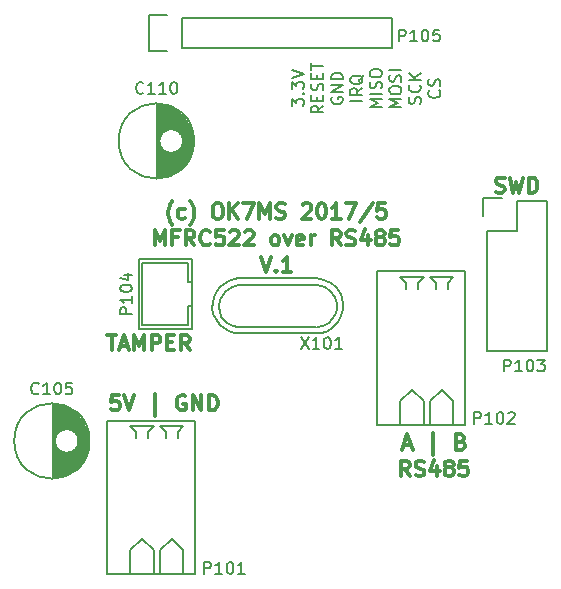
<source format=gto>
G04 #@! TF.GenerationSoftware,KiCad,Pcbnew,(2017-05-18 revision 2a3a699)-master*
G04 #@! TF.CreationDate,2017-05-23T18:31:29+02:00*
G04 #@! TF.ProjectId,reader,7265616465722E6B696361645F706362,rev?*
G04 #@! TF.FileFunction,Legend,Top*
G04 #@! TF.FilePolarity,Positive*
%FSLAX46Y46*%
G04 Gerber Fmt 4.6, Leading zero omitted, Abs format (unit mm)*
G04 Created by KiCad (PCBNEW (2017-05-18 revision 2a3a699)-master) date Tue May 23 18:31:29 2017*
%MOMM*%
%LPD*%
G01*
G04 APERTURE LIST*
%ADD10C,0.385000*%
%ADD11C,0.150000*%
%ADD12C,0.300000*%
G04 APERTURE END LIST*
D10*
D11*
X76697380Y-58461190D02*
X76697380Y-57842142D01*
X77078333Y-58175476D01*
X77078333Y-58032619D01*
X77125952Y-57937380D01*
X77173571Y-57889761D01*
X77268809Y-57842142D01*
X77506904Y-57842142D01*
X77602142Y-57889761D01*
X77649761Y-57937380D01*
X77697380Y-58032619D01*
X77697380Y-58318333D01*
X77649761Y-58413571D01*
X77602142Y-58461190D01*
X77602142Y-57413571D02*
X77649761Y-57365952D01*
X77697380Y-57413571D01*
X77649761Y-57461190D01*
X77602142Y-57413571D01*
X77697380Y-57413571D01*
X76697380Y-57032619D02*
X76697380Y-56413571D01*
X77078333Y-56746904D01*
X77078333Y-56604047D01*
X77125952Y-56508809D01*
X77173571Y-56461190D01*
X77268809Y-56413571D01*
X77506904Y-56413571D01*
X77602142Y-56461190D01*
X77649761Y-56508809D01*
X77697380Y-56604047D01*
X77697380Y-56889761D01*
X77649761Y-56985000D01*
X77602142Y-57032619D01*
X76697380Y-56127857D02*
X77697380Y-55794523D01*
X76697380Y-55461190D01*
X79347380Y-58437380D02*
X78871190Y-58770714D01*
X79347380Y-59008809D02*
X78347380Y-59008809D01*
X78347380Y-58627857D01*
X78395000Y-58532619D01*
X78442619Y-58485000D01*
X78537857Y-58437380D01*
X78680714Y-58437380D01*
X78775952Y-58485000D01*
X78823571Y-58532619D01*
X78871190Y-58627857D01*
X78871190Y-59008809D01*
X78823571Y-58008809D02*
X78823571Y-57675476D01*
X79347380Y-57532619D02*
X79347380Y-58008809D01*
X78347380Y-58008809D01*
X78347380Y-57532619D01*
X79299761Y-57151666D02*
X79347380Y-57008809D01*
X79347380Y-56770714D01*
X79299761Y-56675476D01*
X79252142Y-56627857D01*
X79156904Y-56580238D01*
X79061666Y-56580238D01*
X78966428Y-56627857D01*
X78918809Y-56675476D01*
X78871190Y-56770714D01*
X78823571Y-56961190D01*
X78775952Y-57056428D01*
X78728333Y-57104047D01*
X78633095Y-57151666D01*
X78537857Y-57151666D01*
X78442619Y-57104047D01*
X78395000Y-57056428D01*
X78347380Y-56961190D01*
X78347380Y-56723095D01*
X78395000Y-56580238D01*
X78823571Y-56151666D02*
X78823571Y-55818333D01*
X79347380Y-55675476D02*
X79347380Y-56151666D01*
X78347380Y-56151666D01*
X78347380Y-55675476D01*
X78347380Y-55389761D02*
X78347380Y-54818333D01*
X79347380Y-55104047D02*
X78347380Y-55104047D01*
X80045000Y-57746904D02*
X79997380Y-57842142D01*
X79997380Y-57985000D01*
X80045000Y-58127857D01*
X80140238Y-58223095D01*
X80235476Y-58270714D01*
X80425952Y-58318333D01*
X80568809Y-58318333D01*
X80759285Y-58270714D01*
X80854523Y-58223095D01*
X80949761Y-58127857D01*
X80997380Y-57985000D01*
X80997380Y-57889761D01*
X80949761Y-57746904D01*
X80902142Y-57699285D01*
X80568809Y-57699285D01*
X80568809Y-57889761D01*
X80997380Y-57270714D02*
X79997380Y-57270714D01*
X80997380Y-56699285D01*
X79997380Y-56699285D01*
X80997380Y-56223095D02*
X79997380Y-56223095D01*
X79997380Y-55985000D01*
X80045000Y-55842142D01*
X80140238Y-55746904D01*
X80235476Y-55699285D01*
X80425952Y-55651666D01*
X80568809Y-55651666D01*
X80759285Y-55699285D01*
X80854523Y-55746904D01*
X80949761Y-55842142D01*
X80997380Y-55985000D01*
X80997380Y-56223095D01*
X82647380Y-58008809D02*
X81647380Y-58008809D01*
X82647380Y-56961190D02*
X82171190Y-57294523D01*
X82647380Y-57532619D02*
X81647380Y-57532619D01*
X81647380Y-57151666D01*
X81695000Y-57056428D01*
X81742619Y-57008809D01*
X81837857Y-56961190D01*
X81980714Y-56961190D01*
X82075952Y-57008809D01*
X82123571Y-57056428D01*
X82171190Y-57151666D01*
X82171190Y-57532619D01*
X82742619Y-55865952D02*
X82695000Y-55961190D01*
X82599761Y-56056428D01*
X82456904Y-56199285D01*
X82409285Y-56294523D01*
X82409285Y-56389761D01*
X82647380Y-56342142D02*
X82599761Y-56437380D01*
X82504523Y-56532619D01*
X82314047Y-56580238D01*
X81980714Y-56580238D01*
X81790238Y-56532619D01*
X81695000Y-56437380D01*
X81647380Y-56342142D01*
X81647380Y-56151666D01*
X81695000Y-56056428D01*
X81790238Y-55961190D01*
X81980714Y-55913571D01*
X82314047Y-55913571D01*
X82504523Y-55961190D01*
X82599761Y-56056428D01*
X82647380Y-56151666D01*
X82647380Y-56342142D01*
X84297380Y-58556428D02*
X83297380Y-58556428D01*
X84011666Y-58223095D01*
X83297380Y-57889761D01*
X84297380Y-57889761D01*
X84297380Y-57413571D02*
X83297380Y-57413571D01*
X84249761Y-56985000D02*
X84297380Y-56842142D01*
X84297380Y-56604047D01*
X84249761Y-56508809D01*
X84202142Y-56461190D01*
X84106904Y-56413571D01*
X84011666Y-56413571D01*
X83916428Y-56461190D01*
X83868809Y-56508809D01*
X83821190Y-56604047D01*
X83773571Y-56794523D01*
X83725952Y-56889761D01*
X83678333Y-56937380D01*
X83583095Y-56985000D01*
X83487857Y-56985000D01*
X83392619Y-56937380D01*
X83345000Y-56889761D01*
X83297380Y-56794523D01*
X83297380Y-56556428D01*
X83345000Y-56413571D01*
X83297380Y-55794523D02*
X83297380Y-55604047D01*
X83345000Y-55508809D01*
X83440238Y-55413571D01*
X83630714Y-55365952D01*
X83964047Y-55365952D01*
X84154523Y-55413571D01*
X84249761Y-55508809D01*
X84297380Y-55604047D01*
X84297380Y-55794523D01*
X84249761Y-55889761D01*
X84154523Y-55985000D01*
X83964047Y-56032619D01*
X83630714Y-56032619D01*
X83440238Y-55985000D01*
X83345000Y-55889761D01*
X83297380Y-55794523D01*
X85947380Y-58556428D02*
X84947380Y-58556428D01*
X85661666Y-58223095D01*
X84947380Y-57889761D01*
X85947380Y-57889761D01*
X84947380Y-57223095D02*
X84947380Y-57032619D01*
X84995000Y-56937380D01*
X85090238Y-56842142D01*
X85280714Y-56794523D01*
X85614047Y-56794523D01*
X85804523Y-56842142D01*
X85899761Y-56937380D01*
X85947380Y-57032619D01*
X85947380Y-57223095D01*
X85899761Y-57318333D01*
X85804523Y-57413571D01*
X85614047Y-57461190D01*
X85280714Y-57461190D01*
X85090238Y-57413571D01*
X84995000Y-57318333D01*
X84947380Y-57223095D01*
X85899761Y-56413571D02*
X85947380Y-56270714D01*
X85947380Y-56032619D01*
X85899761Y-55937380D01*
X85852142Y-55889761D01*
X85756904Y-55842142D01*
X85661666Y-55842142D01*
X85566428Y-55889761D01*
X85518809Y-55937380D01*
X85471190Y-56032619D01*
X85423571Y-56223095D01*
X85375952Y-56318333D01*
X85328333Y-56365952D01*
X85233095Y-56413571D01*
X85137857Y-56413571D01*
X85042619Y-56365952D01*
X84995000Y-56318333D01*
X84947380Y-56223095D01*
X84947380Y-55985000D01*
X84995000Y-55842142D01*
X85947380Y-55413571D02*
X84947380Y-55413571D01*
X87549761Y-58270714D02*
X87597380Y-58127857D01*
X87597380Y-57889761D01*
X87549761Y-57794523D01*
X87502142Y-57746904D01*
X87406904Y-57699285D01*
X87311666Y-57699285D01*
X87216428Y-57746904D01*
X87168809Y-57794523D01*
X87121190Y-57889761D01*
X87073571Y-58080238D01*
X87025952Y-58175476D01*
X86978333Y-58223095D01*
X86883095Y-58270714D01*
X86787857Y-58270714D01*
X86692619Y-58223095D01*
X86645000Y-58175476D01*
X86597380Y-58080238D01*
X86597380Y-57842142D01*
X86645000Y-57699285D01*
X87502142Y-56699285D02*
X87549761Y-56746904D01*
X87597380Y-56889761D01*
X87597380Y-56985000D01*
X87549761Y-57127857D01*
X87454523Y-57223095D01*
X87359285Y-57270714D01*
X87168809Y-57318333D01*
X87025952Y-57318333D01*
X86835476Y-57270714D01*
X86740238Y-57223095D01*
X86645000Y-57127857D01*
X86597380Y-56985000D01*
X86597380Y-56889761D01*
X86645000Y-56746904D01*
X86692619Y-56699285D01*
X87597380Y-56270714D02*
X86597380Y-56270714D01*
X87597380Y-55699285D02*
X87025952Y-56127857D01*
X86597380Y-55699285D02*
X87168809Y-56270714D01*
X89152142Y-57151666D02*
X89199761Y-57199285D01*
X89247380Y-57342142D01*
X89247380Y-57437380D01*
X89199761Y-57580238D01*
X89104523Y-57675476D01*
X89009285Y-57723095D01*
X88818809Y-57770714D01*
X88675952Y-57770714D01*
X88485476Y-57723095D01*
X88390238Y-57675476D01*
X88295000Y-57580238D01*
X88247380Y-57437380D01*
X88247380Y-57342142D01*
X88295000Y-57199285D01*
X88342619Y-57151666D01*
X89199761Y-56770714D02*
X89247380Y-56627857D01*
X89247380Y-56389761D01*
X89199761Y-56294523D01*
X89152142Y-56246904D01*
X89056904Y-56199285D01*
X88961666Y-56199285D01*
X88866428Y-56246904D01*
X88818809Y-56294523D01*
X88771190Y-56389761D01*
X88723571Y-56580238D01*
X88675952Y-56675476D01*
X88628333Y-56723095D01*
X88533095Y-56770714D01*
X88437857Y-56770714D01*
X88342619Y-56723095D01*
X88295000Y-56675476D01*
X88247380Y-56580238D01*
X88247380Y-56342142D01*
X88295000Y-56199285D01*
D12*
X93955714Y-65766190D02*
X94141428Y-65828095D01*
X94450952Y-65828095D01*
X94574761Y-65766190D01*
X94636666Y-65704285D01*
X94698571Y-65580476D01*
X94698571Y-65456666D01*
X94636666Y-65332857D01*
X94574761Y-65270952D01*
X94450952Y-65209047D01*
X94203333Y-65147142D01*
X94079523Y-65085238D01*
X94017619Y-65023333D01*
X93955714Y-64899523D01*
X93955714Y-64775714D01*
X94017619Y-64651904D01*
X94079523Y-64590000D01*
X94203333Y-64528095D01*
X94512857Y-64528095D01*
X94698571Y-64590000D01*
X95131904Y-64528095D02*
X95441428Y-65828095D01*
X95689047Y-64899523D01*
X95936666Y-65828095D01*
X96246190Y-64528095D01*
X96741428Y-65828095D02*
X96741428Y-64528095D01*
X97050952Y-64528095D01*
X97236666Y-64590000D01*
X97360476Y-64713809D01*
X97422380Y-64837619D01*
X97484285Y-65085238D01*
X97484285Y-65270952D01*
X97422380Y-65518571D01*
X97360476Y-65642380D01*
X97236666Y-65766190D01*
X97050952Y-65828095D01*
X96741428Y-65828095D01*
X86165952Y-87191666D02*
X86785000Y-87191666D01*
X86042142Y-87563095D02*
X86475476Y-86263095D01*
X86908809Y-87563095D01*
X88642142Y-87996428D02*
X88642142Y-86139285D01*
X90994523Y-86882142D02*
X91180238Y-86944047D01*
X91242142Y-87005952D01*
X91304047Y-87129761D01*
X91304047Y-87315476D01*
X91242142Y-87439285D01*
X91180238Y-87501190D01*
X91056428Y-87563095D01*
X90561190Y-87563095D01*
X90561190Y-86263095D01*
X90994523Y-86263095D01*
X91118333Y-86325000D01*
X91180238Y-86386904D01*
X91242142Y-86510714D01*
X91242142Y-86634523D01*
X91180238Y-86758333D01*
X91118333Y-86820238D01*
X90994523Y-86882142D01*
X90561190Y-86882142D01*
X86661190Y-89813095D02*
X86227857Y-89194047D01*
X85918333Y-89813095D02*
X85918333Y-88513095D01*
X86413571Y-88513095D01*
X86537380Y-88575000D01*
X86599285Y-88636904D01*
X86661190Y-88760714D01*
X86661190Y-88946428D01*
X86599285Y-89070238D01*
X86537380Y-89132142D01*
X86413571Y-89194047D01*
X85918333Y-89194047D01*
X87156428Y-89751190D02*
X87342142Y-89813095D01*
X87651666Y-89813095D01*
X87775476Y-89751190D01*
X87837380Y-89689285D01*
X87899285Y-89565476D01*
X87899285Y-89441666D01*
X87837380Y-89317857D01*
X87775476Y-89255952D01*
X87651666Y-89194047D01*
X87404047Y-89132142D01*
X87280238Y-89070238D01*
X87218333Y-89008333D01*
X87156428Y-88884523D01*
X87156428Y-88760714D01*
X87218333Y-88636904D01*
X87280238Y-88575000D01*
X87404047Y-88513095D01*
X87713571Y-88513095D01*
X87899285Y-88575000D01*
X89013571Y-88946428D02*
X89013571Y-89813095D01*
X88704047Y-88451190D02*
X88394523Y-89379761D01*
X89199285Y-89379761D01*
X89880238Y-89070238D02*
X89756428Y-89008333D01*
X89694523Y-88946428D01*
X89632619Y-88822619D01*
X89632619Y-88760714D01*
X89694523Y-88636904D01*
X89756428Y-88575000D01*
X89880238Y-88513095D01*
X90127857Y-88513095D01*
X90251666Y-88575000D01*
X90313571Y-88636904D01*
X90375476Y-88760714D01*
X90375476Y-88822619D01*
X90313571Y-88946428D01*
X90251666Y-89008333D01*
X90127857Y-89070238D01*
X89880238Y-89070238D01*
X89756428Y-89132142D01*
X89694523Y-89194047D01*
X89632619Y-89317857D01*
X89632619Y-89565476D01*
X89694523Y-89689285D01*
X89756428Y-89751190D01*
X89880238Y-89813095D01*
X90127857Y-89813095D01*
X90251666Y-89751190D01*
X90313571Y-89689285D01*
X90375476Y-89565476D01*
X90375476Y-89317857D01*
X90313571Y-89194047D01*
X90251666Y-89132142D01*
X90127857Y-89070238D01*
X91551666Y-88513095D02*
X90932619Y-88513095D01*
X90870714Y-89132142D01*
X90932619Y-89070238D01*
X91056428Y-89008333D01*
X91365952Y-89008333D01*
X91489761Y-89070238D01*
X91551666Y-89132142D01*
X91613571Y-89255952D01*
X91613571Y-89565476D01*
X91551666Y-89689285D01*
X91489761Y-89751190D01*
X91365952Y-89813095D01*
X91056428Y-89813095D01*
X90932619Y-89751190D01*
X90870714Y-89689285D01*
X61045476Y-77863095D02*
X61788333Y-77863095D01*
X61416904Y-79163095D02*
X61416904Y-77863095D01*
X62159761Y-78791666D02*
X62778809Y-78791666D01*
X62035952Y-79163095D02*
X62469285Y-77863095D01*
X62902619Y-79163095D01*
X63335952Y-79163095D02*
X63335952Y-77863095D01*
X63769285Y-78791666D01*
X64202619Y-77863095D01*
X64202619Y-79163095D01*
X64821666Y-79163095D02*
X64821666Y-77863095D01*
X65316904Y-77863095D01*
X65440714Y-77925000D01*
X65502619Y-77986904D01*
X65564523Y-78110714D01*
X65564523Y-78296428D01*
X65502619Y-78420238D01*
X65440714Y-78482142D01*
X65316904Y-78544047D01*
X64821666Y-78544047D01*
X66121666Y-78482142D02*
X66555000Y-78482142D01*
X66740714Y-79163095D02*
X66121666Y-79163095D01*
X66121666Y-77863095D01*
X66740714Y-77863095D01*
X68040714Y-79163095D02*
X67607380Y-78544047D01*
X67297857Y-79163095D02*
X67297857Y-77863095D01*
X67793095Y-77863095D01*
X67916904Y-77925000D01*
X67978809Y-77986904D01*
X68040714Y-78110714D01*
X68040714Y-78296428D01*
X67978809Y-78420238D01*
X67916904Y-78482142D01*
X67793095Y-78544047D01*
X67297857Y-78544047D01*
X62036904Y-82943095D02*
X61417857Y-82943095D01*
X61355952Y-83562142D01*
X61417857Y-83500238D01*
X61541666Y-83438333D01*
X61851190Y-83438333D01*
X61975000Y-83500238D01*
X62036904Y-83562142D01*
X62098809Y-83685952D01*
X62098809Y-83995476D01*
X62036904Y-84119285D01*
X61975000Y-84181190D01*
X61851190Y-84243095D01*
X61541666Y-84243095D01*
X61417857Y-84181190D01*
X61355952Y-84119285D01*
X62470238Y-82943095D02*
X62903571Y-84243095D01*
X63336904Y-82943095D01*
X65070238Y-84676428D02*
X65070238Y-82819285D01*
X67670238Y-83005000D02*
X67546428Y-82943095D01*
X67360714Y-82943095D01*
X67175000Y-83005000D01*
X67051190Y-83128809D01*
X66989285Y-83252619D01*
X66927380Y-83500238D01*
X66927380Y-83685952D01*
X66989285Y-83933571D01*
X67051190Y-84057380D01*
X67175000Y-84181190D01*
X67360714Y-84243095D01*
X67484523Y-84243095D01*
X67670238Y-84181190D01*
X67732142Y-84119285D01*
X67732142Y-83685952D01*
X67484523Y-83685952D01*
X68289285Y-84243095D02*
X68289285Y-82943095D01*
X69032142Y-84243095D01*
X69032142Y-82943095D01*
X69651190Y-84243095D02*
X69651190Y-82943095D01*
X69960714Y-82943095D01*
X70146428Y-83005000D01*
X70270238Y-83128809D01*
X70332142Y-83252619D01*
X70394047Y-83500238D01*
X70394047Y-83685952D01*
X70332142Y-83933571D01*
X70270238Y-84057380D01*
X70146428Y-84181190D01*
X69960714Y-84243095D01*
X69651190Y-84243095D01*
X66578571Y-68518333D02*
X66516666Y-68456428D01*
X66392857Y-68270714D01*
X66330952Y-68146904D01*
X66269047Y-67961190D01*
X66207142Y-67651666D01*
X66207142Y-67404047D01*
X66269047Y-67094523D01*
X66330952Y-66908809D01*
X66392857Y-66785000D01*
X66516666Y-66599285D01*
X66578571Y-66537380D01*
X67630952Y-67961190D02*
X67507142Y-68023095D01*
X67259523Y-68023095D01*
X67135714Y-67961190D01*
X67073809Y-67899285D01*
X67011904Y-67775476D01*
X67011904Y-67404047D01*
X67073809Y-67280238D01*
X67135714Y-67218333D01*
X67259523Y-67156428D01*
X67507142Y-67156428D01*
X67630952Y-67218333D01*
X68064285Y-68518333D02*
X68126190Y-68456428D01*
X68250000Y-68270714D01*
X68311904Y-68146904D01*
X68373809Y-67961190D01*
X68435714Y-67651666D01*
X68435714Y-67404047D01*
X68373809Y-67094523D01*
X68311904Y-66908809D01*
X68250000Y-66785000D01*
X68126190Y-66599285D01*
X68064285Y-66537380D01*
X70292857Y-66723095D02*
X70540476Y-66723095D01*
X70664285Y-66785000D01*
X70788095Y-66908809D01*
X70850000Y-67156428D01*
X70850000Y-67589761D01*
X70788095Y-67837380D01*
X70664285Y-67961190D01*
X70540476Y-68023095D01*
X70292857Y-68023095D01*
X70169047Y-67961190D01*
X70045238Y-67837380D01*
X69983333Y-67589761D01*
X69983333Y-67156428D01*
X70045238Y-66908809D01*
X70169047Y-66785000D01*
X70292857Y-66723095D01*
X71407142Y-68023095D02*
X71407142Y-66723095D01*
X72150000Y-68023095D02*
X71592857Y-67280238D01*
X72150000Y-66723095D02*
X71407142Y-67465952D01*
X72583333Y-66723095D02*
X73450000Y-66723095D01*
X72892857Y-68023095D01*
X73945238Y-68023095D02*
X73945238Y-66723095D01*
X74378571Y-67651666D01*
X74811904Y-66723095D01*
X74811904Y-68023095D01*
X75369047Y-67961190D02*
X75554761Y-68023095D01*
X75864285Y-68023095D01*
X75988095Y-67961190D01*
X76050000Y-67899285D01*
X76111904Y-67775476D01*
X76111904Y-67651666D01*
X76050000Y-67527857D01*
X75988095Y-67465952D01*
X75864285Y-67404047D01*
X75616666Y-67342142D01*
X75492857Y-67280238D01*
X75430952Y-67218333D01*
X75369047Y-67094523D01*
X75369047Y-66970714D01*
X75430952Y-66846904D01*
X75492857Y-66785000D01*
X75616666Y-66723095D01*
X75926190Y-66723095D01*
X76111904Y-66785000D01*
X77597619Y-66846904D02*
X77659523Y-66785000D01*
X77783333Y-66723095D01*
X78092857Y-66723095D01*
X78216666Y-66785000D01*
X78278571Y-66846904D01*
X78340476Y-66970714D01*
X78340476Y-67094523D01*
X78278571Y-67280238D01*
X77535714Y-68023095D01*
X78340476Y-68023095D01*
X79145238Y-66723095D02*
X79269047Y-66723095D01*
X79392857Y-66785000D01*
X79454761Y-66846904D01*
X79516666Y-66970714D01*
X79578571Y-67218333D01*
X79578571Y-67527857D01*
X79516666Y-67775476D01*
X79454761Y-67899285D01*
X79392857Y-67961190D01*
X79269047Y-68023095D01*
X79145238Y-68023095D01*
X79021428Y-67961190D01*
X78959523Y-67899285D01*
X78897619Y-67775476D01*
X78835714Y-67527857D01*
X78835714Y-67218333D01*
X78897619Y-66970714D01*
X78959523Y-66846904D01*
X79021428Y-66785000D01*
X79145238Y-66723095D01*
X80816666Y-68023095D02*
X80073809Y-68023095D01*
X80445238Y-68023095D02*
X80445238Y-66723095D01*
X80321428Y-66908809D01*
X80197619Y-67032619D01*
X80073809Y-67094523D01*
X81250000Y-66723095D02*
X82116666Y-66723095D01*
X81559523Y-68023095D01*
X83540476Y-66661190D02*
X82426190Y-68332619D01*
X84592857Y-66723095D02*
X83973809Y-66723095D01*
X83911904Y-67342142D01*
X83973809Y-67280238D01*
X84097619Y-67218333D01*
X84407142Y-67218333D01*
X84530952Y-67280238D01*
X84592857Y-67342142D01*
X84654761Y-67465952D01*
X84654761Y-67775476D01*
X84592857Y-67899285D01*
X84530952Y-67961190D01*
X84407142Y-68023095D01*
X84097619Y-68023095D01*
X83973809Y-67961190D01*
X83911904Y-67899285D01*
X65092857Y-70273095D02*
X65092857Y-68973095D01*
X65526190Y-69901666D01*
X65959523Y-68973095D01*
X65959523Y-70273095D01*
X67011904Y-69592142D02*
X66578571Y-69592142D01*
X66578571Y-70273095D02*
X66578571Y-68973095D01*
X67197619Y-68973095D01*
X68435714Y-70273095D02*
X68002380Y-69654047D01*
X67692857Y-70273095D02*
X67692857Y-68973095D01*
X68188095Y-68973095D01*
X68311904Y-69035000D01*
X68373809Y-69096904D01*
X68435714Y-69220714D01*
X68435714Y-69406428D01*
X68373809Y-69530238D01*
X68311904Y-69592142D01*
X68188095Y-69654047D01*
X67692857Y-69654047D01*
X69735714Y-70149285D02*
X69673809Y-70211190D01*
X69488095Y-70273095D01*
X69364285Y-70273095D01*
X69178571Y-70211190D01*
X69054761Y-70087380D01*
X68992857Y-69963571D01*
X68930952Y-69715952D01*
X68930952Y-69530238D01*
X68992857Y-69282619D01*
X69054761Y-69158809D01*
X69178571Y-69035000D01*
X69364285Y-68973095D01*
X69488095Y-68973095D01*
X69673809Y-69035000D01*
X69735714Y-69096904D01*
X70911904Y-68973095D02*
X70292857Y-68973095D01*
X70230952Y-69592142D01*
X70292857Y-69530238D01*
X70416666Y-69468333D01*
X70726190Y-69468333D01*
X70850000Y-69530238D01*
X70911904Y-69592142D01*
X70973809Y-69715952D01*
X70973809Y-70025476D01*
X70911904Y-70149285D01*
X70850000Y-70211190D01*
X70726190Y-70273095D01*
X70416666Y-70273095D01*
X70292857Y-70211190D01*
X70230952Y-70149285D01*
X71469047Y-69096904D02*
X71530952Y-69035000D01*
X71654761Y-68973095D01*
X71964285Y-68973095D01*
X72088095Y-69035000D01*
X72150000Y-69096904D01*
X72211904Y-69220714D01*
X72211904Y-69344523D01*
X72150000Y-69530238D01*
X71407142Y-70273095D01*
X72211904Y-70273095D01*
X72707142Y-69096904D02*
X72769047Y-69035000D01*
X72892857Y-68973095D01*
X73202380Y-68973095D01*
X73326190Y-69035000D01*
X73388095Y-69096904D01*
X73450000Y-69220714D01*
X73450000Y-69344523D01*
X73388095Y-69530238D01*
X72645238Y-70273095D01*
X73450000Y-70273095D01*
X75183333Y-70273095D02*
X75059523Y-70211190D01*
X74997619Y-70149285D01*
X74935714Y-70025476D01*
X74935714Y-69654047D01*
X74997619Y-69530238D01*
X75059523Y-69468333D01*
X75183333Y-69406428D01*
X75369047Y-69406428D01*
X75492857Y-69468333D01*
X75554761Y-69530238D01*
X75616666Y-69654047D01*
X75616666Y-70025476D01*
X75554761Y-70149285D01*
X75492857Y-70211190D01*
X75369047Y-70273095D01*
X75183333Y-70273095D01*
X76050000Y-69406428D02*
X76359523Y-70273095D01*
X76669047Y-69406428D01*
X77659523Y-70211190D02*
X77535714Y-70273095D01*
X77288095Y-70273095D01*
X77164285Y-70211190D01*
X77102380Y-70087380D01*
X77102380Y-69592142D01*
X77164285Y-69468333D01*
X77288095Y-69406428D01*
X77535714Y-69406428D01*
X77659523Y-69468333D01*
X77721428Y-69592142D01*
X77721428Y-69715952D01*
X77102380Y-69839761D01*
X78278571Y-70273095D02*
X78278571Y-69406428D01*
X78278571Y-69654047D02*
X78340476Y-69530238D01*
X78402380Y-69468333D01*
X78526190Y-69406428D01*
X78650000Y-69406428D01*
X80816666Y-70273095D02*
X80383333Y-69654047D01*
X80073809Y-70273095D02*
X80073809Y-68973095D01*
X80569047Y-68973095D01*
X80692857Y-69035000D01*
X80754761Y-69096904D01*
X80816666Y-69220714D01*
X80816666Y-69406428D01*
X80754761Y-69530238D01*
X80692857Y-69592142D01*
X80569047Y-69654047D01*
X80073809Y-69654047D01*
X81311904Y-70211190D02*
X81497619Y-70273095D01*
X81807142Y-70273095D01*
X81930952Y-70211190D01*
X81992857Y-70149285D01*
X82054761Y-70025476D01*
X82054761Y-69901666D01*
X81992857Y-69777857D01*
X81930952Y-69715952D01*
X81807142Y-69654047D01*
X81559523Y-69592142D01*
X81435714Y-69530238D01*
X81373809Y-69468333D01*
X81311904Y-69344523D01*
X81311904Y-69220714D01*
X81373809Y-69096904D01*
X81435714Y-69035000D01*
X81559523Y-68973095D01*
X81869047Y-68973095D01*
X82054761Y-69035000D01*
X83169047Y-69406428D02*
X83169047Y-70273095D01*
X82859523Y-68911190D02*
X82550000Y-69839761D01*
X83354761Y-69839761D01*
X84035714Y-69530238D02*
X83911904Y-69468333D01*
X83850000Y-69406428D01*
X83788095Y-69282619D01*
X83788095Y-69220714D01*
X83850000Y-69096904D01*
X83911904Y-69035000D01*
X84035714Y-68973095D01*
X84283333Y-68973095D01*
X84407142Y-69035000D01*
X84469047Y-69096904D01*
X84530952Y-69220714D01*
X84530952Y-69282619D01*
X84469047Y-69406428D01*
X84407142Y-69468333D01*
X84283333Y-69530238D01*
X84035714Y-69530238D01*
X83911904Y-69592142D01*
X83850000Y-69654047D01*
X83788095Y-69777857D01*
X83788095Y-70025476D01*
X83850000Y-70149285D01*
X83911904Y-70211190D01*
X84035714Y-70273095D01*
X84283333Y-70273095D01*
X84407142Y-70211190D01*
X84469047Y-70149285D01*
X84530952Y-70025476D01*
X84530952Y-69777857D01*
X84469047Y-69654047D01*
X84407142Y-69592142D01*
X84283333Y-69530238D01*
X85707142Y-68973095D02*
X85088095Y-68973095D01*
X85026190Y-69592142D01*
X85088095Y-69530238D01*
X85211904Y-69468333D01*
X85521428Y-69468333D01*
X85645238Y-69530238D01*
X85707142Y-69592142D01*
X85769047Y-69715952D01*
X85769047Y-70025476D01*
X85707142Y-70149285D01*
X85645238Y-70211190D01*
X85521428Y-70273095D01*
X85211904Y-70273095D01*
X85088095Y-70211190D01*
X85026190Y-70149285D01*
X74038095Y-71223095D02*
X74471428Y-72523095D01*
X74904761Y-71223095D01*
X75338095Y-72399285D02*
X75400000Y-72461190D01*
X75338095Y-72523095D01*
X75276190Y-72461190D01*
X75338095Y-72399285D01*
X75338095Y-72523095D01*
X76638095Y-72523095D02*
X75895238Y-72523095D01*
X76266666Y-72523095D02*
X76266666Y-71223095D01*
X76142857Y-71408809D01*
X76019047Y-71532619D01*
X75895238Y-71594523D01*
D11*
X67370000Y-51030000D02*
X85150000Y-51030000D01*
X85150000Y-51030000D02*
X85150000Y-53570000D01*
X85150000Y-53570000D02*
X67370000Y-53570000D01*
X64550000Y-50750000D02*
X66100000Y-50750000D01*
X67370000Y-51030000D02*
X67370000Y-53570000D01*
X66100000Y-53850000D02*
X64550000Y-53850000D01*
X64550000Y-53850000D02*
X64550000Y-50750000D01*
X98260000Y-66510000D02*
X98260000Y-79210000D01*
X98260000Y-79210000D02*
X93180000Y-79210000D01*
X93180000Y-79210000D02*
X93180000Y-69050000D01*
X98260000Y-66510000D02*
X95720000Y-66510000D01*
X94450000Y-66230000D02*
X92900000Y-66230000D01*
X95720000Y-66510000D02*
X95720000Y-69050000D01*
X95720000Y-69050000D02*
X93180000Y-69050000D01*
X92900000Y-66230000D02*
X92900000Y-67780000D01*
X68407500Y-61430000D02*
G75*
G03X68407500Y-61430000I-3187500J0D01*
G01*
X67470000Y-61430000D02*
G75*
G03X67470000Y-61430000I-1000000J0D01*
G01*
X68235000Y-60518000D02*
X68235000Y-62342000D01*
X68095000Y-60143000D02*
X68095000Y-62717000D01*
X67955000Y-59867000D02*
X67955000Y-62993000D01*
X67815000Y-59644000D02*
X67815000Y-63216000D01*
X67675000Y-59456000D02*
X67675000Y-63404000D01*
X67535000Y-59294000D02*
X67535000Y-63566000D01*
X67395000Y-61810000D02*
X67395000Y-63709000D01*
X67395000Y-59151000D02*
X67395000Y-61050000D01*
X67255000Y-62049000D02*
X67255000Y-63834000D01*
X67255000Y-59026000D02*
X67255000Y-60811000D01*
X67115000Y-62194000D02*
X67115000Y-63946000D01*
X67115000Y-58914000D02*
X67115000Y-60666000D01*
X66975000Y-62293000D02*
X66975000Y-64046000D01*
X66975000Y-58814000D02*
X66975000Y-60567000D01*
X66835000Y-62361000D02*
X66835000Y-64134000D01*
X66835000Y-58726000D02*
X66835000Y-60499000D01*
X66695000Y-62404000D02*
X66695000Y-64213000D01*
X66695000Y-58647000D02*
X66695000Y-60456000D01*
X66555000Y-62426000D02*
X66555000Y-64283000D01*
X66555000Y-58577000D02*
X66555000Y-60434000D01*
X66415000Y-62428000D02*
X66415000Y-64345000D01*
X66415000Y-58515000D02*
X66415000Y-60432000D01*
X66275000Y-62411000D02*
X66275000Y-64398000D01*
X66275000Y-58462000D02*
X66275000Y-60449000D01*
X66135000Y-62372000D02*
X66135000Y-64444000D01*
X66135000Y-58416000D02*
X66135000Y-60488000D01*
X65995000Y-62310000D02*
X65995000Y-64483000D01*
X65995000Y-58377000D02*
X65995000Y-60550000D01*
X65855000Y-62219000D02*
X65855000Y-64515000D01*
X65855000Y-58345000D02*
X65855000Y-60641000D01*
X65715000Y-62086000D02*
X65715000Y-64541000D01*
X65715000Y-58319000D02*
X65715000Y-60774000D01*
X65575000Y-61876000D02*
X65575000Y-64560000D01*
X65575000Y-58300000D02*
X65575000Y-60984000D01*
X65435000Y-58287000D02*
X65435000Y-64573000D01*
X65295000Y-58281000D02*
X65295000Y-64579000D01*
X56445000Y-83681000D02*
X56445000Y-89979000D01*
X56585000Y-83687000D02*
X56585000Y-89973000D01*
X56725000Y-83700000D02*
X56725000Y-86384000D01*
X56725000Y-87276000D02*
X56725000Y-89960000D01*
X56865000Y-83719000D02*
X56865000Y-86174000D01*
X56865000Y-87486000D02*
X56865000Y-89941000D01*
X57005000Y-83745000D02*
X57005000Y-86041000D01*
X57005000Y-87619000D02*
X57005000Y-89915000D01*
X57145000Y-83777000D02*
X57145000Y-85950000D01*
X57145000Y-87710000D02*
X57145000Y-89883000D01*
X57285000Y-83816000D02*
X57285000Y-85888000D01*
X57285000Y-87772000D02*
X57285000Y-89844000D01*
X57425000Y-83862000D02*
X57425000Y-85849000D01*
X57425000Y-87811000D02*
X57425000Y-89798000D01*
X57565000Y-83915000D02*
X57565000Y-85832000D01*
X57565000Y-87828000D02*
X57565000Y-89745000D01*
X57705000Y-83977000D02*
X57705000Y-85834000D01*
X57705000Y-87826000D02*
X57705000Y-89683000D01*
X57845000Y-84047000D02*
X57845000Y-85856000D01*
X57845000Y-87804000D02*
X57845000Y-89613000D01*
X57985000Y-84126000D02*
X57985000Y-85899000D01*
X57985000Y-87761000D02*
X57985000Y-89534000D01*
X58125000Y-84214000D02*
X58125000Y-85967000D01*
X58125000Y-87693000D02*
X58125000Y-89446000D01*
X58265000Y-84314000D02*
X58265000Y-86066000D01*
X58265000Y-87594000D02*
X58265000Y-89346000D01*
X58405000Y-84426000D02*
X58405000Y-86211000D01*
X58405000Y-87449000D02*
X58405000Y-89234000D01*
X58545000Y-84551000D02*
X58545000Y-86450000D01*
X58545000Y-87210000D02*
X58545000Y-89109000D01*
X58685000Y-84694000D02*
X58685000Y-88966000D01*
X58825000Y-84856000D02*
X58825000Y-88804000D01*
X58965000Y-85044000D02*
X58965000Y-88616000D01*
X59105000Y-85267000D02*
X59105000Y-88393000D01*
X59245000Y-85543000D02*
X59245000Y-88117000D01*
X59385000Y-85918000D02*
X59385000Y-87742000D01*
X58620000Y-86830000D02*
G75*
G03X58620000Y-86830000I-1000000J0D01*
G01*
X59557500Y-86830000D02*
G75*
G03X59557500Y-86830000I-3187500J0D01*
G01*
X61010000Y-98100000D02*
X61010000Y-85100000D01*
X61010000Y-85100000D02*
X68510000Y-85100000D01*
X68510000Y-85100000D02*
X68510000Y-98100000D01*
X68510000Y-98100000D02*
X61010000Y-98100000D01*
X61010000Y-98100000D02*
X61010000Y-98100000D01*
X63010000Y-98100000D02*
X63010000Y-96100000D01*
X63010000Y-96100000D02*
X64010000Y-95100000D01*
X64010000Y-95100000D02*
X65010000Y-96100000D01*
X65010000Y-96100000D02*
X65010000Y-98100000D01*
X65010000Y-98100000D02*
X65510000Y-98100000D01*
X65510000Y-98100000D02*
X65510000Y-96100000D01*
X65510000Y-96100000D02*
X66510000Y-95100000D01*
X66510000Y-95100000D02*
X67510000Y-96100000D01*
X67510000Y-96100000D02*
X67510000Y-98100000D01*
X67510000Y-98100000D02*
X67510000Y-98100000D01*
X67510000Y-98100000D02*
X68010000Y-98100000D01*
X63510000Y-86600000D02*
X63510000Y-86100000D01*
X63510000Y-86100000D02*
X63010000Y-85600000D01*
X63010000Y-85600000D02*
X65010000Y-85600000D01*
X65010000Y-85600000D02*
X64510000Y-86100000D01*
X64510000Y-86100000D02*
X64510000Y-86600000D01*
X64510000Y-86600000D02*
X64510000Y-86600000D01*
X66010000Y-86600000D02*
X66010000Y-86100000D01*
X66010000Y-86100000D02*
X65510000Y-85600000D01*
X65510000Y-85600000D02*
X67510000Y-85600000D01*
X67510000Y-85600000D02*
X67010000Y-86100000D01*
X67010000Y-86100000D02*
X67010000Y-86600000D01*
X67010000Y-86600000D02*
X67010000Y-86600000D01*
X89870000Y-73980000D02*
X89870000Y-73980000D01*
X89870000Y-73480000D02*
X89870000Y-73980000D01*
X90370000Y-72980000D02*
X89870000Y-73480000D01*
X88370000Y-72980000D02*
X90370000Y-72980000D01*
X88870000Y-73480000D02*
X88370000Y-72980000D01*
X88870000Y-73980000D02*
X88870000Y-73480000D01*
X87370000Y-73980000D02*
X87370000Y-73980000D01*
X87370000Y-73480000D02*
X87370000Y-73980000D01*
X87870000Y-72980000D02*
X87370000Y-73480000D01*
X85870000Y-72980000D02*
X87870000Y-72980000D01*
X86370000Y-73480000D02*
X85870000Y-72980000D01*
X86370000Y-73980000D02*
X86370000Y-73480000D01*
X90370000Y-85480000D02*
X90870000Y-85480000D01*
X90370000Y-85480000D02*
X90370000Y-85480000D01*
X90370000Y-83480000D02*
X90370000Y-85480000D01*
X89370000Y-82480000D02*
X90370000Y-83480000D01*
X88370000Y-83480000D02*
X89370000Y-82480000D01*
X88370000Y-85480000D02*
X88370000Y-83480000D01*
X87870000Y-85480000D02*
X88370000Y-85480000D01*
X87870000Y-83480000D02*
X87870000Y-85480000D01*
X86870000Y-82480000D02*
X87870000Y-83480000D01*
X85870000Y-83480000D02*
X86870000Y-82480000D01*
X85870000Y-85480000D02*
X85870000Y-83480000D01*
X83870000Y-85480000D02*
X83870000Y-85480000D01*
X91370000Y-85480000D02*
X83870000Y-85480000D01*
X91370000Y-72480000D02*
X91370000Y-85480000D01*
X83870000Y-72480000D02*
X91370000Y-72480000D01*
X83870000Y-85480000D02*
X83870000Y-72480000D01*
X67910000Y-75400000D02*
X68210000Y-75400000D01*
X67910000Y-77000000D02*
X67910000Y-75400000D01*
X64010000Y-77000000D02*
X67910000Y-77000000D01*
X64010000Y-71800000D02*
X64010000Y-77000000D01*
X67910000Y-71800000D02*
X64010000Y-71800000D01*
X67910000Y-73400000D02*
X67910000Y-71800000D01*
X68210000Y-73400000D02*
X67910000Y-73400000D01*
X63710000Y-77350000D02*
X68210000Y-77350000D01*
X63710000Y-71450000D02*
X68210000Y-71450000D01*
X63710000Y-77350000D02*
X63710000Y-71450000D01*
X68210000Y-77350000D02*
X68210000Y-71450000D01*
X70800060Y-76400760D02*
X70599400Y-75999440D01*
X70599400Y-75999440D02*
X70497800Y-75400000D01*
X70497800Y-75400000D02*
X70599400Y-74899620D01*
X70599400Y-74899620D02*
X70998180Y-74201120D01*
X70998180Y-74201120D02*
X71600160Y-73799800D01*
X71600160Y-73799800D02*
X72199600Y-73599140D01*
X72199600Y-73599140D02*
X78798520Y-73599140D01*
X78798520Y-73599140D02*
X79499560Y-73799800D01*
X79499560Y-73799800D02*
X79898340Y-74099520D01*
X79898340Y-74099520D02*
X80299660Y-74599900D01*
X80299660Y-74599900D02*
X80500320Y-75199340D01*
X80500320Y-75199340D02*
X80500320Y-75699720D01*
X80500320Y-75699720D02*
X80299660Y-76200100D01*
X80299660Y-76200100D02*
X79799280Y-76799540D01*
X79799280Y-76799540D02*
X79298900Y-77099260D01*
X79298900Y-77099260D02*
X78798520Y-77200860D01*
X78699460Y-77200860D02*
X72098000Y-77200860D01*
X72098000Y-77200860D02*
X71699220Y-77099260D01*
X71699220Y-77099260D02*
X71198840Y-76799540D01*
X71198840Y-76799540D02*
X70698460Y-76299160D01*
X78689300Y-77729180D02*
X79149040Y-77680920D01*
X79149040Y-77680920D02*
X79547820Y-77569160D01*
X79547820Y-77569160D02*
X79979620Y-77350720D01*
X79979620Y-77350720D02*
X80269180Y-77119580D01*
X80269180Y-77119580D02*
X80599380Y-76769060D01*
X80599380Y-76769060D02*
X80888940Y-76230580D01*
X80888940Y-76230580D02*
X81018480Y-75631140D01*
X81018480Y-75631140D02*
X81018480Y-75120600D01*
X81018480Y-75120600D02*
X80848300Y-74419560D01*
X80848300Y-74419560D02*
X80449520Y-73830280D01*
X80449520Y-73830280D02*
X79989780Y-73459440D01*
X79989780Y-73459440D02*
X79568140Y-73251160D01*
X79568140Y-73251160D02*
X79118560Y-73091140D01*
X79118560Y-73091140D02*
X78679140Y-73060660D01*
X71338540Y-73279100D02*
X70960080Y-73500080D01*
X70960080Y-73500080D02*
X70640040Y-73779480D01*
X70640040Y-73779480D02*
X70388580Y-74109680D01*
X70388580Y-74109680D02*
X70088860Y-74660860D01*
X70088860Y-74660860D02*
X69979640Y-75130760D01*
X69979640Y-75130760D02*
X69959320Y-75590500D01*
X69959320Y-75590500D02*
X70048220Y-76050240D01*
X70048220Y-76050240D02*
X70238720Y-76499820D01*
X70238720Y-76499820D02*
X70599400Y-76969720D01*
X70599400Y-76969720D02*
X70949920Y-77289760D01*
X70949920Y-77289760D02*
X71338540Y-77520900D01*
X71338540Y-77520900D02*
X71767800Y-77660600D01*
X71767800Y-77660600D02*
X72209760Y-77729180D01*
X78699460Y-73070820D02*
X72247860Y-73070820D01*
X72247860Y-73070820D02*
X71828760Y-73108920D01*
X71828760Y-73108920D02*
X71338540Y-73279100D01*
X78699460Y-77729180D02*
X72247860Y-77729180D01*
X85774523Y-52992380D02*
X85774523Y-51992380D01*
X86155476Y-51992380D01*
X86250714Y-52040000D01*
X86298333Y-52087619D01*
X86345952Y-52182857D01*
X86345952Y-52325714D01*
X86298333Y-52420952D01*
X86250714Y-52468571D01*
X86155476Y-52516190D01*
X85774523Y-52516190D01*
X87298333Y-52992380D02*
X86726904Y-52992380D01*
X87012619Y-52992380D02*
X87012619Y-51992380D01*
X86917380Y-52135238D01*
X86822142Y-52230476D01*
X86726904Y-52278095D01*
X87917380Y-51992380D02*
X88012619Y-51992380D01*
X88107857Y-52040000D01*
X88155476Y-52087619D01*
X88203095Y-52182857D01*
X88250714Y-52373333D01*
X88250714Y-52611428D01*
X88203095Y-52801904D01*
X88155476Y-52897142D01*
X88107857Y-52944761D01*
X88012619Y-52992380D01*
X87917380Y-52992380D01*
X87822142Y-52944761D01*
X87774523Y-52897142D01*
X87726904Y-52801904D01*
X87679285Y-52611428D01*
X87679285Y-52373333D01*
X87726904Y-52182857D01*
X87774523Y-52087619D01*
X87822142Y-52040000D01*
X87917380Y-51992380D01*
X89155476Y-51992380D02*
X88679285Y-51992380D01*
X88631666Y-52468571D01*
X88679285Y-52420952D01*
X88774523Y-52373333D01*
X89012619Y-52373333D01*
X89107857Y-52420952D01*
X89155476Y-52468571D01*
X89203095Y-52563809D01*
X89203095Y-52801904D01*
X89155476Y-52897142D01*
X89107857Y-52944761D01*
X89012619Y-52992380D01*
X88774523Y-52992380D01*
X88679285Y-52944761D01*
X88631666Y-52897142D01*
X94664523Y-80932380D02*
X94664523Y-79932380D01*
X95045476Y-79932380D01*
X95140714Y-79980000D01*
X95188333Y-80027619D01*
X95235952Y-80122857D01*
X95235952Y-80265714D01*
X95188333Y-80360952D01*
X95140714Y-80408571D01*
X95045476Y-80456190D01*
X94664523Y-80456190D01*
X96188333Y-80932380D02*
X95616904Y-80932380D01*
X95902619Y-80932380D02*
X95902619Y-79932380D01*
X95807380Y-80075238D01*
X95712142Y-80170476D01*
X95616904Y-80218095D01*
X96807380Y-79932380D02*
X96902619Y-79932380D01*
X96997857Y-79980000D01*
X97045476Y-80027619D01*
X97093095Y-80122857D01*
X97140714Y-80313333D01*
X97140714Y-80551428D01*
X97093095Y-80741904D01*
X97045476Y-80837142D01*
X96997857Y-80884761D01*
X96902619Y-80932380D01*
X96807380Y-80932380D01*
X96712142Y-80884761D01*
X96664523Y-80837142D01*
X96616904Y-80741904D01*
X96569285Y-80551428D01*
X96569285Y-80313333D01*
X96616904Y-80122857D01*
X96664523Y-80027619D01*
X96712142Y-79980000D01*
X96807380Y-79932380D01*
X97474047Y-79932380D02*
X98093095Y-79932380D01*
X97759761Y-80313333D01*
X97902619Y-80313333D01*
X97997857Y-80360952D01*
X98045476Y-80408571D01*
X98093095Y-80503809D01*
X98093095Y-80741904D01*
X98045476Y-80837142D01*
X97997857Y-80884761D01*
X97902619Y-80932380D01*
X97616904Y-80932380D01*
X97521666Y-80884761D01*
X97474047Y-80837142D01*
X64120952Y-57342142D02*
X64073333Y-57389761D01*
X63930476Y-57437380D01*
X63835238Y-57437380D01*
X63692380Y-57389761D01*
X63597142Y-57294523D01*
X63549523Y-57199285D01*
X63501904Y-57008809D01*
X63501904Y-56865952D01*
X63549523Y-56675476D01*
X63597142Y-56580238D01*
X63692380Y-56485000D01*
X63835238Y-56437380D01*
X63930476Y-56437380D01*
X64073333Y-56485000D01*
X64120952Y-56532619D01*
X65073333Y-57437380D02*
X64501904Y-57437380D01*
X64787619Y-57437380D02*
X64787619Y-56437380D01*
X64692380Y-56580238D01*
X64597142Y-56675476D01*
X64501904Y-56723095D01*
X66025714Y-57437380D02*
X65454285Y-57437380D01*
X65740000Y-57437380D02*
X65740000Y-56437380D01*
X65644761Y-56580238D01*
X65549523Y-56675476D01*
X65454285Y-56723095D01*
X66644761Y-56437380D02*
X66740000Y-56437380D01*
X66835238Y-56485000D01*
X66882857Y-56532619D01*
X66930476Y-56627857D01*
X66978095Y-56818333D01*
X66978095Y-57056428D01*
X66930476Y-57246904D01*
X66882857Y-57342142D01*
X66835238Y-57389761D01*
X66740000Y-57437380D01*
X66644761Y-57437380D01*
X66549523Y-57389761D01*
X66501904Y-57342142D01*
X66454285Y-57246904D01*
X66406666Y-57056428D01*
X66406666Y-56818333D01*
X66454285Y-56627857D01*
X66501904Y-56532619D01*
X66549523Y-56485000D01*
X66644761Y-56437380D01*
X55250952Y-82787142D02*
X55203333Y-82834761D01*
X55060476Y-82882380D01*
X54965238Y-82882380D01*
X54822380Y-82834761D01*
X54727142Y-82739523D01*
X54679523Y-82644285D01*
X54631904Y-82453809D01*
X54631904Y-82310952D01*
X54679523Y-82120476D01*
X54727142Y-82025238D01*
X54822380Y-81930000D01*
X54965238Y-81882380D01*
X55060476Y-81882380D01*
X55203333Y-81930000D01*
X55250952Y-81977619D01*
X56203333Y-82882380D02*
X55631904Y-82882380D01*
X55917619Y-82882380D02*
X55917619Y-81882380D01*
X55822380Y-82025238D01*
X55727142Y-82120476D01*
X55631904Y-82168095D01*
X56822380Y-81882380D02*
X56917619Y-81882380D01*
X57012857Y-81930000D01*
X57060476Y-81977619D01*
X57108095Y-82072857D01*
X57155714Y-82263333D01*
X57155714Y-82501428D01*
X57108095Y-82691904D01*
X57060476Y-82787142D01*
X57012857Y-82834761D01*
X56917619Y-82882380D01*
X56822380Y-82882380D01*
X56727142Y-82834761D01*
X56679523Y-82787142D01*
X56631904Y-82691904D01*
X56584285Y-82501428D01*
X56584285Y-82263333D01*
X56631904Y-82072857D01*
X56679523Y-81977619D01*
X56727142Y-81930000D01*
X56822380Y-81882380D01*
X58060476Y-81882380D02*
X57584285Y-81882380D01*
X57536666Y-82358571D01*
X57584285Y-82310952D01*
X57679523Y-82263333D01*
X57917619Y-82263333D01*
X58012857Y-82310952D01*
X58060476Y-82358571D01*
X58108095Y-82453809D01*
X58108095Y-82691904D01*
X58060476Y-82787142D01*
X58012857Y-82834761D01*
X57917619Y-82882380D01*
X57679523Y-82882380D01*
X57584285Y-82834761D01*
X57536666Y-82787142D01*
X69264523Y-98077380D02*
X69264523Y-97077380D01*
X69645476Y-97077380D01*
X69740714Y-97125000D01*
X69788333Y-97172619D01*
X69835952Y-97267857D01*
X69835952Y-97410714D01*
X69788333Y-97505952D01*
X69740714Y-97553571D01*
X69645476Y-97601190D01*
X69264523Y-97601190D01*
X70788333Y-98077380D02*
X70216904Y-98077380D01*
X70502619Y-98077380D02*
X70502619Y-97077380D01*
X70407380Y-97220238D01*
X70312142Y-97315476D01*
X70216904Y-97363095D01*
X71407380Y-97077380D02*
X71502619Y-97077380D01*
X71597857Y-97125000D01*
X71645476Y-97172619D01*
X71693095Y-97267857D01*
X71740714Y-97458333D01*
X71740714Y-97696428D01*
X71693095Y-97886904D01*
X71645476Y-97982142D01*
X71597857Y-98029761D01*
X71502619Y-98077380D01*
X71407380Y-98077380D01*
X71312142Y-98029761D01*
X71264523Y-97982142D01*
X71216904Y-97886904D01*
X71169285Y-97696428D01*
X71169285Y-97458333D01*
X71216904Y-97267857D01*
X71264523Y-97172619D01*
X71312142Y-97125000D01*
X71407380Y-97077380D01*
X72693095Y-98077380D02*
X72121666Y-98077380D01*
X72407380Y-98077380D02*
X72407380Y-97077380D01*
X72312142Y-97220238D01*
X72216904Y-97315476D01*
X72121666Y-97363095D01*
X92124523Y-85377380D02*
X92124523Y-84377380D01*
X92505476Y-84377380D01*
X92600714Y-84425000D01*
X92648333Y-84472619D01*
X92695952Y-84567857D01*
X92695952Y-84710714D01*
X92648333Y-84805952D01*
X92600714Y-84853571D01*
X92505476Y-84901190D01*
X92124523Y-84901190D01*
X93648333Y-85377380D02*
X93076904Y-85377380D01*
X93362619Y-85377380D02*
X93362619Y-84377380D01*
X93267380Y-84520238D01*
X93172142Y-84615476D01*
X93076904Y-84663095D01*
X94267380Y-84377380D02*
X94362619Y-84377380D01*
X94457857Y-84425000D01*
X94505476Y-84472619D01*
X94553095Y-84567857D01*
X94600714Y-84758333D01*
X94600714Y-84996428D01*
X94553095Y-85186904D01*
X94505476Y-85282142D01*
X94457857Y-85329761D01*
X94362619Y-85377380D01*
X94267380Y-85377380D01*
X94172142Y-85329761D01*
X94124523Y-85282142D01*
X94076904Y-85186904D01*
X94029285Y-84996428D01*
X94029285Y-84758333D01*
X94076904Y-84567857D01*
X94124523Y-84472619D01*
X94172142Y-84425000D01*
X94267380Y-84377380D01*
X94981666Y-84472619D02*
X95029285Y-84425000D01*
X95124523Y-84377380D01*
X95362619Y-84377380D01*
X95457857Y-84425000D01*
X95505476Y-84472619D01*
X95553095Y-84567857D01*
X95553095Y-84663095D01*
X95505476Y-84805952D01*
X94934047Y-85377380D01*
X95553095Y-85377380D01*
X63152380Y-76090476D02*
X62152380Y-76090476D01*
X62152380Y-75709523D01*
X62200000Y-75614285D01*
X62247619Y-75566666D01*
X62342857Y-75519047D01*
X62485714Y-75519047D01*
X62580952Y-75566666D01*
X62628571Y-75614285D01*
X62676190Y-75709523D01*
X62676190Y-76090476D01*
X63152380Y-74566666D02*
X63152380Y-75138095D01*
X63152380Y-74852380D02*
X62152380Y-74852380D01*
X62295238Y-74947619D01*
X62390476Y-75042857D01*
X62438095Y-75138095D01*
X62152380Y-73947619D02*
X62152380Y-73852380D01*
X62200000Y-73757142D01*
X62247619Y-73709523D01*
X62342857Y-73661904D01*
X62533333Y-73614285D01*
X62771428Y-73614285D01*
X62961904Y-73661904D01*
X63057142Y-73709523D01*
X63104761Y-73757142D01*
X63152380Y-73852380D01*
X63152380Y-73947619D01*
X63104761Y-74042857D01*
X63057142Y-74090476D01*
X62961904Y-74138095D01*
X62771428Y-74185714D01*
X62533333Y-74185714D01*
X62342857Y-74138095D01*
X62247619Y-74090476D01*
X62200000Y-74042857D01*
X62152380Y-73947619D01*
X62485714Y-72757142D02*
X63152380Y-72757142D01*
X62104761Y-72995238D02*
X62819047Y-73233333D01*
X62819047Y-72614285D01*
X77448095Y-78027380D02*
X78114761Y-79027380D01*
X78114761Y-78027380D02*
X77448095Y-79027380D01*
X79019523Y-79027380D02*
X78448095Y-79027380D01*
X78733809Y-79027380D02*
X78733809Y-78027380D01*
X78638571Y-78170238D01*
X78543333Y-78265476D01*
X78448095Y-78313095D01*
X79638571Y-78027380D02*
X79733809Y-78027380D01*
X79829047Y-78075000D01*
X79876666Y-78122619D01*
X79924285Y-78217857D01*
X79971904Y-78408333D01*
X79971904Y-78646428D01*
X79924285Y-78836904D01*
X79876666Y-78932142D01*
X79829047Y-78979761D01*
X79733809Y-79027380D01*
X79638571Y-79027380D01*
X79543333Y-78979761D01*
X79495714Y-78932142D01*
X79448095Y-78836904D01*
X79400476Y-78646428D01*
X79400476Y-78408333D01*
X79448095Y-78217857D01*
X79495714Y-78122619D01*
X79543333Y-78075000D01*
X79638571Y-78027380D01*
X80924285Y-79027380D02*
X80352857Y-79027380D01*
X80638571Y-79027380D02*
X80638571Y-78027380D01*
X80543333Y-78170238D01*
X80448095Y-78265476D01*
X80352857Y-78313095D01*
M02*

</source>
